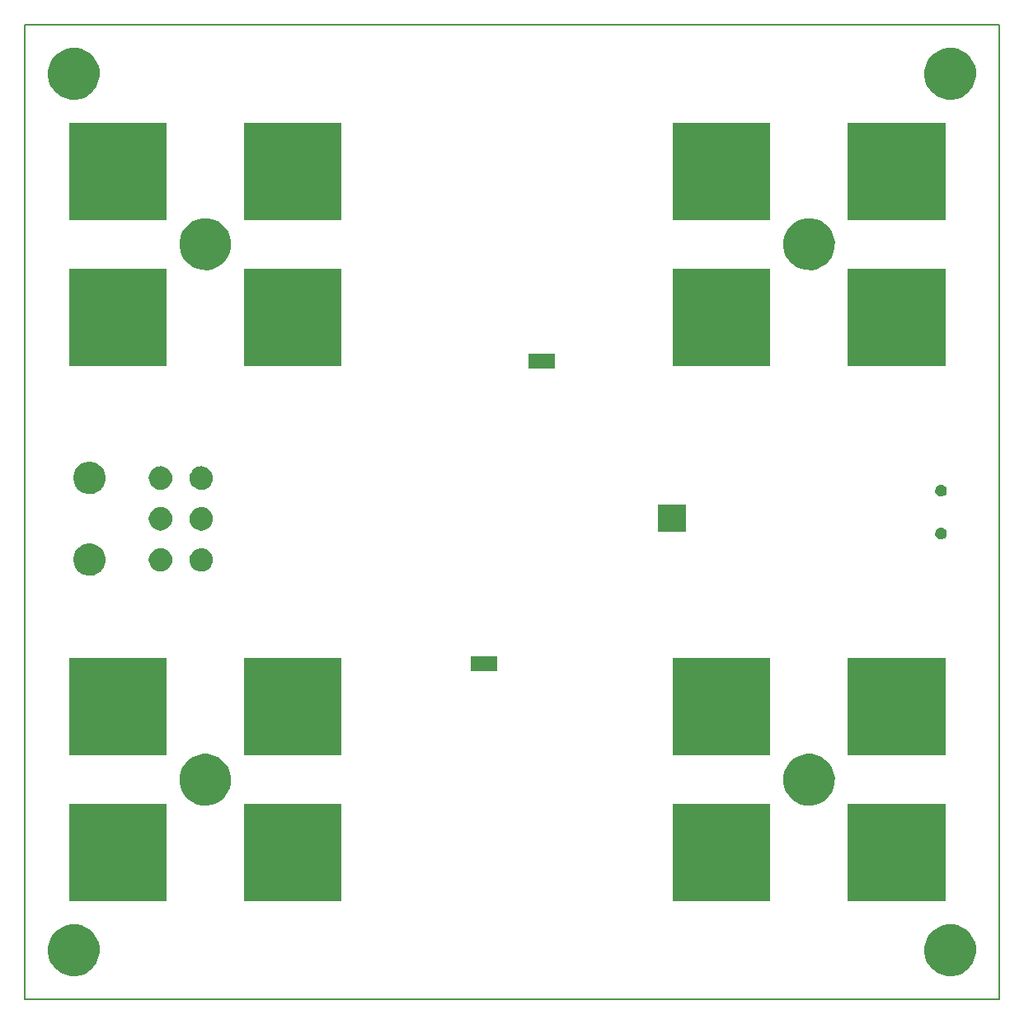
<source format=gbs>
G04 (created by PCBNEW (2013-05-16 BZR 4016)-stable) date 11. 12. 2013 14:08:56*
%MOIN*%
G04 Gerber Fmt 3.4, Leading zero omitted, Abs format*
%FSLAX34Y34*%
G01*
G70*
G90*
G04 APERTURE LIST*
%ADD10C,0.00590551*%
G04 APERTURE END LIST*
G54D10*
X38779Y-61023D02*
X78149Y-61023D01*
X78149Y-61023D02*
X78149Y-21653D01*
X78149Y-21653D02*
X38779Y-21653D01*
X38779Y-21653D02*
X38779Y-61023D01*
G36*
X41792Y-23521D02*
X41789Y-23752D01*
X41743Y-23954D01*
X41661Y-24139D01*
X41541Y-24308D01*
X41395Y-24448D01*
X41219Y-24559D01*
X41031Y-24632D01*
X40827Y-24668D01*
X40625Y-24664D01*
X40422Y-24619D01*
X40237Y-24538D01*
X40066Y-24420D01*
X39926Y-24275D01*
X39813Y-24100D01*
X39739Y-23912D01*
X39702Y-23708D01*
X39704Y-23506D01*
X39748Y-23303D01*
X39827Y-23117D01*
X39945Y-22946D01*
X40089Y-22805D01*
X40263Y-22691D01*
X40450Y-22615D01*
X40654Y-22576D01*
X40855Y-22578D01*
X41060Y-22620D01*
X41245Y-22697D01*
X41418Y-22814D01*
X41560Y-22957D01*
X41675Y-23131D01*
X41752Y-23316D01*
X41792Y-23521D01*
X41792Y-23521D01*
G37*
G36*
X41792Y-58954D02*
X41789Y-59185D01*
X41743Y-59387D01*
X41661Y-59572D01*
X41541Y-59741D01*
X41395Y-59881D01*
X41219Y-59992D01*
X41031Y-60065D01*
X40827Y-60101D01*
X40625Y-60097D01*
X40422Y-60052D01*
X40237Y-59971D01*
X40066Y-59853D01*
X39926Y-59708D01*
X39813Y-59533D01*
X39739Y-59345D01*
X39702Y-59141D01*
X39704Y-58939D01*
X39748Y-58736D01*
X39827Y-58551D01*
X39945Y-58379D01*
X40089Y-58238D01*
X40263Y-58124D01*
X40450Y-58048D01*
X40654Y-58009D01*
X40855Y-58011D01*
X41060Y-58053D01*
X41245Y-58131D01*
X41418Y-58247D01*
X41560Y-58390D01*
X41675Y-58564D01*
X41752Y-58749D01*
X41792Y-58954D01*
X41792Y-58954D01*
G37*
G36*
X42029Y-39898D02*
X42027Y-40041D01*
X41998Y-40168D01*
X41947Y-40282D01*
X41872Y-40389D01*
X41782Y-40475D01*
X41672Y-40545D01*
X41555Y-40590D01*
X41427Y-40613D01*
X41302Y-40610D01*
X41175Y-40582D01*
X41061Y-40532D01*
X40953Y-40458D01*
X40867Y-40368D01*
X40796Y-40258D01*
X40750Y-40142D01*
X40727Y-40014D01*
X40728Y-39889D01*
X40755Y-39761D01*
X40804Y-39647D01*
X40878Y-39539D01*
X40967Y-39452D01*
X41077Y-39380D01*
X41192Y-39334D01*
X41321Y-39309D01*
X41445Y-39310D01*
X41573Y-39337D01*
X41688Y-39385D01*
X41796Y-39458D01*
X41884Y-39546D01*
X41956Y-39655D01*
X42004Y-39770D01*
X42004Y-39772D01*
X42029Y-39898D01*
X42029Y-39898D01*
G37*
G36*
X42029Y-43204D02*
X42027Y-43347D01*
X41998Y-43474D01*
X41947Y-43588D01*
X41872Y-43695D01*
X41782Y-43781D01*
X41672Y-43851D01*
X41555Y-43896D01*
X41427Y-43919D01*
X41302Y-43916D01*
X41175Y-43888D01*
X41061Y-43838D01*
X40953Y-43764D01*
X40867Y-43674D01*
X40796Y-43564D01*
X40750Y-43448D01*
X40727Y-43320D01*
X40728Y-43195D01*
X40755Y-43067D01*
X40804Y-42953D01*
X40878Y-42845D01*
X40967Y-42758D01*
X41077Y-42686D01*
X41192Y-42640D01*
X41321Y-42615D01*
X41445Y-42616D01*
X41573Y-42643D01*
X41688Y-42691D01*
X41796Y-42764D01*
X41884Y-42852D01*
X41956Y-42961D01*
X42004Y-43076D01*
X42004Y-43078D01*
X42029Y-43204D01*
X42029Y-43204D01*
G37*
G36*
X44488Y-29527D02*
X40550Y-29527D01*
X40550Y-25590D01*
X44488Y-25590D01*
X44488Y-29527D01*
X44488Y-29527D01*
G37*
G36*
X44488Y-35433D02*
X40550Y-35433D01*
X40550Y-31495D01*
X44488Y-31495D01*
X44488Y-35433D01*
X44488Y-35433D01*
G37*
G36*
X44488Y-51181D02*
X40550Y-51181D01*
X40550Y-47243D01*
X44488Y-47243D01*
X44488Y-51181D01*
X44488Y-51181D01*
G37*
G36*
X44488Y-57086D02*
X40550Y-57086D01*
X40550Y-53149D01*
X44488Y-53149D01*
X44488Y-57086D01*
X44488Y-57086D01*
G37*
G36*
X44726Y-39962D02*
X44726Y-39966D01*
X44725Y-39969D01*
X44725Y-39970D01*
X44715Y-40061D01*
X44715Y-40061D01*
X44715Y-40062D01*
X44687Y-40149D01*
X44642Y-40230D01*
X44583Y-40301D01*
X44511Y-40359D01*
X44430Y-40402D01*
X44341Y-40428D01*
X44249Y-40436D01*
X44157Y-40426D01*
X44069Y-40399D01*
X43988Y-40355D01*
X43917Y-40296D01*
X43858Y-40225D01*
X43815Y-40143D01*
X43788Y-40055D01*
X43779Y-39959D01*
X43779Y-39955D01*
X43779Y-39952D01*
X43779Y-39952D01*
X43790Y-39860D01*
X43790Y-39860D01*
X43790Y-39860D01*
X43817Y-39772D01*
X43862Y-39691D01*
X43921Y-39620D01*
X43993Y-39562D01*
X44075Y-39520D01*
X44164Y-39494D01*
X44255Y-39485D01*
X44347Y-39495D01*
X44435Y-39522D01*
X44517Y-39566D01*
X44588Y-39625D01*
X44646Y-39697D01*
X44690Y-39778D01*
X44716Y-39866D01*
X44726Y-39962D01*
X44726Y-39962D01*
G37*
G36*
X44726Y-41615D02*
X44726Y-41619D01*
X44725Y-41622D01*
X44725Y-41623D01*
X44715Y-41714D01*
X44715Y-41714D01*
X44715Y-41715D01*
X44687Y-41802D01*
X44642Y-41883D01*
X44583Y-41954D01*
X44511Y-42012D01*
X44430Y-42055D01*
X44341Y-42081D01*
X44249Y-42089D01*
X44157Y-42079D01*
X44069Y-42052D01*
X43988Y-42008D01*
X43917Y-41949D01*
X43858Y-41878D01*
X43815Y-41796D01*
X43788Y-41708D01*
X43779Y-41612D01*
X43779Y-41608D01*
X43779Y-41605D01*
X43779Y-41605D01*
X43790Y-41513D01*
X43790Y-41513D01*
X43790Y-41513D01*
X43817Y-41425D01*
X43862Y-41344D01*
X43921Y-41273D01*
X43993Y-41215D01*
X44075Y-41173D01*
X44164Y-41147D01*
X44255Y-41138D01*
X44347Y-41148D01*
X44435Y-41175D01*
X44517Y-41219D01*
X44588Y-41278D01*
X44646Y-41350D01*
X44690Y-41431D01*
X44716Y-41519D01*
X44726Y-41615D01*
X44726Y-41615D01*
G37*
G36*
X44726Y-43268D02*
X44726Y-43272D01*
X44725Y-43275D01*
X44725Y-43276D01*
X44715Y-43367D01*
X44715Y-43367D01*
X44715Y-43368D01*
X44687Y-43455D01*
X44642Y-43536D01*
X44583Y-43607D01*
X44511Y-43665D01*
X44430Y-43708D01*
X44341Y-43734D01*
X44249Y-43742D01*
X44157Y-43732D01*
X44069Y-43705D01*
X43988Y-43661D01*
X43917Y-43602D01*
X43858Y-43531D01*
X43815Y-43449D01*
X43788Y-43361D01*
X43779Y-43265D01*
X43779Y-43261D01*
X43779Y-43258D01*
X43779Y-43258D01*
X43790Y-43166D01*
X43790Y-43166D01*
X43790Y-43166D01*
X43817Y-43078D01*
X43862Y-42997D01*
X43921Y-42926D01*
X43993Y-42868D01*
X44075Y-42826D01*
X44164Y-42800D01*
X44255Y-42791D01*
X44347Y-42801D01*
X44435Y-42828D01*
X44517Y-42872D01*
X44588Y-42931D01*
X44646Y-43003D01*
X44690Y-43084D01*
X44716Y-43172D01*
X44726Y-43268D01*
X44726Y-43268D01*
G37*
G36*
X46378Y-39962D02*
X46378Y-39966D01*
X46377Y-39969D01*
X46377Y-39970D01*
X46367Y-40061D01*
X46367Y-40061D01*
X46367Y-40062D01*
X46339Y-40149D01*
X46294Y-40230D01*
X46235Y-40301D01*
X46163Y-40359D01*
X46082Y-40402D01*
X45993Y-40428D01*
X45901Y-40436D01*
X45809Y-40426D01*
X45721Y-40399D01*
X45640Y-40355D01*
X45569Y-40296D01*
X45510Y-40225D01*
X45467Y-40143D01*
X45440Y-40055D01*
X45431Y-39959D01*
X45431Y-39955D01*
X45431Y-39952D01*
X45431Y-39952D01*
X45442Y-39860D01*
X45442Y-39860D01*
X45442Y-39860D01*
X45469Y-39772D01*
X45514Y-39691D01*
X45573Y-39620D01*
X45645Y-39562D01*
X45727Y-39520D01*
X45816Y-39494D01*
X45907Y-39485D01*
X45999Y-39495D01*
X46087Y-39522D01*
X46169Y-39566D01*
X46240Y-39625D01*
X46298Y-39697D01*
X46342Y-39778D01*
X46368Y-39866D01*
X46378Y-39962D01*
X46378Y-39962D01*
G37*
G36*
X46378Y-41615D02*
X46378Y-41619D01*
X46377Y-41622D01*
X46377Y-41623D01*
X46367Y-41714D01*
X46367Y-41714D01*
X46367Y-41715D01*
X46339Y-41802D01*
X46294Y-41883D01*
X46235Y-41954D01*
X46163Y-42012D01*
X46082Y-42055D01*
X45993Y-42081D01*
X45901Y-42089D01*
X45809Y-42079D01*
X45721Y-42052D01*
X45640Y-42008D01*
X45569Y-41949D01*
X45510Y-41878D01*
X45467Y-41796D01*
X45440Y-41708D01*
X45431Y-41612D01*
X45431Y-41608D01*
X45431Y-41605D01*
X45431Y-41605D01*
X45442Y-41513D01*
X45442Y-41513D01*
X45442Y-41513D01*
X45469Y-41425D01*
X45514Y-41344D01*
X45573Y-41273D01*
X45645Y-41215D01*
X45727Y-41173D01*
X45816Y-41147D01*
X45907Y-41138D01*
X45999Y-41148D01*
X46087Y-41175D01*
X46169Y-41219D01*
X46240Y-41278D01*
X46298Y-41350D01*
X46342Y-41431D01*
X46368Y-41519D01*
X46378Y-41615D01*
X46378Y-41615D01*
G37*
G36*
X46378Y-43268D02*
X46378Y-43272D01*
X46377Y-43275D01*
X46377Y-43276D01*
X46367Y-43367D01*
X46367Y-43367D01*
X46367Y-43368D01*
X46339Y-43455D01*
X46294Y-43536D01*
X46235Y-43607D01*
X46163Y-43665D01*
X46082Y-43708D01*
X45993Y-43734D01*
X45901Y-43742D01*
X45809Y-43732D01*
X45721Y-43705D01*
X45640Y-43661D01*
X45569Y-43602D01*
X45510Y-43531D01*
X45467Y-43449D01*
X45440Y-43361D01*
X45431Y-43265D01*
X45431Y-43261D01*
X45431Y-43258D01*
X45431Y-43258D01*
X45442Y-43166D01*
X45442Y-43166D01*
X45442Y-43166D01*
X45469Y-43078D01*
X45514Y-42997D01*
X45573Y-42926D01*
X45645Y-42868D01*
X45727Y-42826D01*
X45816Y-42800D01*
X45907Y-42791D01*
X45999Y-42801D01*
X46087Y-42828D01*
X46169Y-42872D01*
X46240Y-42931D01*
X46298Y-43003D01*
X46342Y-43084D01*
X46368Y-43172D01*
X46378Y-43268D01*
X46378Y-43268D01*
G37*
G36*
X47107Y-30410D02*
X47104Y-30641D01*
X47058Y-30844D01*
X46976Y-31028D01*
X46856Y-31198D01*
X46710Y-31337D01*
X46534Y-31449D01*
X46346Y-31522D01*
X46141Y-31558D01*
X45940Y-31554D01*
X45737Y-31509D01*
X45552Y-31428D01*
X45381Y-31309D01*
X45241Y-31164D01*
X45128Y-30990D01*
X45054Y-30802D01*
X45017Y-30597D01*
X45019Y-30396D01*
X45063Y-30192D01*
X45142Y-30007D01*
X45260Y-29835D01*
X45404Y-29695D01*
X45578Y-29580D01*
X45764Y-29505D01*
X45969Y-29466D01*
X46170Y-29467D01*
X46375Y-29509D01*
X46560Y-29587D01*
X46733Y-29704D01*
X46875Y-29847D01*
X46990Y-30020D01*
X47067Y-30206D01*
X47107Y-30410D01*
X47107Y-30410D01*
G37*
G36*
X47107Y-52064D02*
X47104Y-52295D01*
X47058Y-52497D01*
X46976Y-52682D01*
X46856Y-52852D01*
X46710Y-52991D01*
X46534Y-53102D01*
X46346Y-53175D01*
X46141Y-53211D01*
X45940Y-53207D01*
X45737Y-53162D01*
X45552Y-53082D01*
X45381Y-52963D01*
X45241Y-52818D01*
X45128Y-52643D01*
X45054Y-52456D01*
X45017Y-52251D01*
X45019Y-52050D01*
X45063Y-51846D01*
X45142Y-51661D01*
X45260Y-51489D01*
X45404Y-51348D01*
X45578Y-51234D01*
X45764Y-51159D01*
X45969Y-51120D01*
X46170Y-51121D01*
X46375Y-51163D01*
X46560Y-51241D01*
X46733Y-51357D01*
X46875Y-51500D01*
X46990Y-51674D01*
X47067Y-51860D01*
X47107Y-52064D01*
X47107Y-52064D01*
G37*
G36*
X51575Y-29527D02*
X47637Y-29527D01*
X47637Y-25590D01*
X51575Y-25590D01*
X51575Y-29527D01*
X51575Y-29527D01*
G37*
G36*
X51575Y-35433D02*
X47637Y-35433D01*
X47637Y-31495D01*
X51575Y-31495D01*
X51575Y-35433D01*
X51575Y-35433D01*
G37*
G36*
X51575Y-51181D02*
X47637Y-51181D01*
X47637Y-47243D01*
X51575Y-47243D01*
X51575Y-51181D01*
X51575Y-51181D01*
G37*
G36*
X51575Y-57086D02*
X47637Y-57086D01*
X47637Y-53149D01*
X51575Y-53149D01*
X51575Y-57086D01*
X51575Y-57086D01*
G37*
G36*
X57874Y-47775D02*
X56810Y-47775D01*
X56810Y-47164D01*
X57874Y-47164D01*
X57874Y-47775D01*
X57874Y-47775D01*
G37*
G36*
X60197Y-35551D02*
X59133Y-35551D01*
X59133Y-34940D01*
X60197Y-34940D01*
X60197Y-35551D01*
X60197Y-35551D01*
G37*
G36*
X65492Y-42146D02*
X64570Y-42146D01*
X64563Y-42146D01*
X64350Y-42146D01*
X64350Y-41023D01*
X65492Y-41023D01*
X65492Y-42146D01*
X65492Y-42146D01*
G37*
G36*
X68898Y-29527D02*
X64960Y-29527D01*
X64960Y-25590D01*
X68898Y-25590D01*
X68898Y-29527D01*
X68898Y-29527D01*
G37*
G36*
X68898Y-35433D02*
X64960Y-35433D01*
X64960Y-31495D01*
X68898Y-31495D01*
X68898Y-35433D01*
X68898Y-35433D01*
G37*
G36*
X68898Y-51181D02*
X64960Y-51181D01*
X64960Y-47243D01*
X68898Y-47243D01*
X68898Y-51181D01*
X68898Y-51181D01*
G37*
G36*
X68898Y-57086D02*
X64960Y-57086D01*
X64960Y-53149D01*
X68898Y-53149D01*
X68898Y-57086D01*
X68898Y-57086D01*
G37*
G36*
X71517Y-30410D02*
X71513Y-30641D01*
X71467Y-30844D01*
X71385Y-31028D01*
X71265Y-31198D01*
X71119Y-31337D01*
X70944Y-31449D01*
X70756Y-31522D01*
X70551Y-31558D01*
X70349Y-31554D01*
X70146Y-31509D01*
X69961Y-31428D01*
X69791Y-31309D01*
X69650Y-31164D01*
X69538Y-30990D01*
X69464Y-30802D01*
X69426Y-30597D01*
X69429Y-30396D01*
X69472Y-30192D01*
X69551Y-30007D01*
X69669Y-29835D01*
X69813Y-29695D01*
X69987Y-29580D01*
X70174Y-29505D01*
X70379Y-29466D01*
X70580Y-29467D01*
X70784Y-29509D01*
X70969Y-29587D01*
X71142Y-29704D01*
X71284Y-29847D01*
X71399Y-30020D01*
X71476Y-30206D01*
X71517Y-30410D01*
X71517Y-30410D01*
G37*
G36*
X71517Y-52064D02*
X71513Y-52295D01*
X71467Y-52497D01*
X71385Y-52682D01*
X71265Y-52852D01*
X71119Y-52991D01*
X70944Y-53102D01*
X70756Y-53175D01*
X70551Y-53211D01*
X70349Y-53207D01*
X70146Y-53162D01*
X69961Y-53082D01*
X69791Y-52963D01*
X69650Y-52818D01*
X69538Y-52643D01*
X69464Y-52456D01*
X69426Y-52251D01*
X69429Y-52050D01*
X69472Y-51846D01*
X69551Y-51661D01*
X69669Y-51489D01*
X69813Y-51348D01*
X69987Y-51234D01*
X70174Y-51159D01*
X70379Y-51120D01*
X70580Y-51121D01*
X70784Y-51163D01*
X70969Y-51241D01*
X71142Y-51357D01*
X71284Y-51500D01*
X71399Y-51674D01*
X71476Y-51860D01*
X71517Y-52064D01*
X71517Y-52064D01*
G37*
G36*
X75984Y-29527D02*
X72046Y-29527D01*
X72046Y-25590D01*
X75984Y-25590D01*
X75984Y-29527D01*
X75984Y-29527D01*
G37*
G36*
X75984Y-35433D02*
X72046Y-35433D01*
X72046Y-31495D01*
X75984Y-31495D01*
X75984Y-35433D01*
X75984Y-35433D01*
G37*
G36*
X75984Y-51181D02*
X72046Y-51181D01*
X72046Y-47243D01*
X75984Y-47243D01*
X75984Y-51181D01*
X75984Y-51181D01*
G37*
G36*
X75984Y-57086D02*
X72046Y-57086D01*
X72046Y-53149D01*
X75984Y-53149D01*
X75984Y-57086D01*
X75984Y-57086D01*
G37*
G36*
X76045Y-40450D02*
X76044Y-40501D01*
X76033Y-40549D01*
X76015Y-40589D01*
X75987Y-40629D01*
X75955Y-40659D01*
X75913Y-40685D01*
X75873Y-40701D01*
X75824Y-40710D01*
X75781Y-40709D01*
X75732Y-40698D01*
X75692Y-40681D01*
X75652Y-40653D01*
X75622Y-40621D01*
X75595Y-40580D01*
X75579Y-40539D01*
X75570Y-40490D01*
X75570Y-40447D01*
X75581Y-40398D01*
X75598Y-40359D01*
X75626Y-40318D01*
X75657Y-40287D01*
X75698Y-40260D01*
X75738Y-40244D01*
X75787Y-40235D01*
X75830Y-40235D01*
X75880Y-40245D01*
X75919Y-40262D01*
X75961Y-40290D01*
X75991Y-40320D01*
X76019Y-40362D01*
X76035Y-40401D01*
X76045Y-40450D01*
X76045Y-40450D01*
G37*
G36*
X76045Y-42182D02*
X76044Y-42233D01*
X76033Y-42281D01*
X76015Y-42321D01*
X75987Y-42361D01*
X75955Y-42391D01*
X75913Y-42417D01*
X75873Y-42433D01*
X75824Y-42442D01*
X75781Y-42441D01*
X75732Y-42430D01*
X75692Y-42413D01*
X75652Y-42385D01*
X75622Y-42353D01*
X75595Y-42312D01*
X75579Y-42271D01*
X75570Y-42222D01*
X75570Y-42179D01*
X75581Y-42130D01*
X75598Y-42091D01*
X75626Y-42050D01*
X75657Y-42019D01*
X75698Y-41992D01*
X75738Y-41976D01*
X75787Y-41967D01*
X75830Y-41967D01*
X75880Y-41977D01*
X75919Y-41994D01*
X75961Y-42022D01*
X75991Y-42052D01*
X76019Y-42094D01*
X76035Y-42133D01*
X76045Y-42182D01*
X76045Y-42182D01*
G37*
G36*
X77225Y-23521D02*
X77222Y-23752D01*
X77176Y-23954D01*
X77094Y-24139D01*
X76974Y-24308D01*
X76828Y-24448D01*
X76652Y-24559D01*
X76464Y-24632D01*
X76260Y-24668D01*
X76058Y-24664D01*
X75855Y-24619D01*
X75670Y-24538D01*
X75499Y-24420D01*
X75359Y-24275D01*
X75246Y-24100D01*
X75172Y-23912D01*
X75135Y-23708D01*
X75137Y-23506D01*
X75181Y-23303D01*
X75260Y-23117D01*
X75378Y-22946D01*
X75522Y-22805D01*
X75696Y-22691D01*
X75883Y-22615D01*
X76087Y-22576D01*
X76289Y-22578D01*
X76493Y-22620D01*
X76678Y-22697D01*
X76851Y-22814D01*
X76993Y-22957D01*
X77108Y-23131D01*
X77185Y-23316D01*
X77225Y-23521D01*
X77225Y-23521D01*
G37*
G36*
X77225Y-58954D02*
X77222Y-59185D01*
X77176Y-59387D01*
X77094Y-59572D01*
X76974Y-59741D01*
X76828Y-59881D01*
X76652Y-59992D01*
X76464Y-60065D01*
X76260Y-60101D01*
X76058Y-60097D01*
X75855Y-60052D01*
X75670Y-59971D01*
X75499Y-59853D01*
X75359Y-59708D01*
X75246Y-59533D01*
X75172Y-59345D01*
X75135Y-59141D01*
X75137Y-58939D01*
X75181Y-58736D01*
X75260Y-58551D01*
X75378Y-58379D01*
X75522Y-58238D01*
X75696Y-58124D01*
X75883Y-58048D01*
X76087Y-58009D01*
X76289Y-58011D01*
X76493Y-58053D01*
X76678Y-58131D01*
X76851Y-58247D01*
X76993Y-58390D01*
X77108Y-58564D01*
X77185Y-58749D01*
X77225Y-58954D01*
X77225Y-58954D01*
G37*
M02*

</source>
